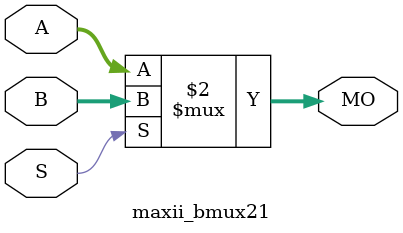
<source format=v>
module maxii_bmux21 (MO, A, B, S);
   input [15:0] A, B;
   input 	S;
   output [15:0] MO; 
   assign MO = (S == 1) ? B : A; 
endmodule
</source>
